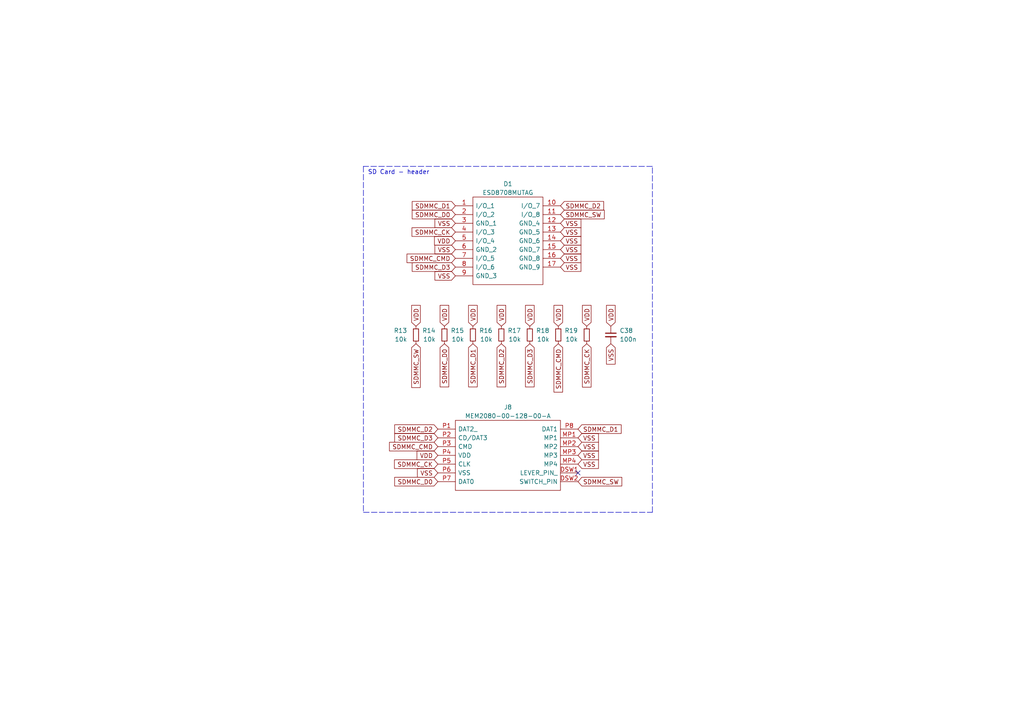
<source format=kicad_sch>
(kicad_sch (version 20211123) (generator eeschema)
  (paper "A4")
  (lib_symbols
    (symbol "Device:C_Small" (pin_numbers hide) (pin_names (offset 0.254) hide)
      (property "Reference" "C" (at 0.254 1.778 0))
      (property "Value" "C_Small" (at 0.254 -2.032 0))
      (symbol "C_Small_0_1"
        (polyline (pts (xy -1.524 -0.508) (xy 1.524 -0.508)) (stroke (width 0.3302)))
        (polyline (pts (xy -1.524 0.508) (xy 1.524 0.508)) (stroke (width 0.3048)))
      )
      (symbol "C_Small_1_1"
        (pin passive line (at 0 2.54 270) (length 2.032) (name "~") (number "1"))
        (pin passive line (at 0 -2.54 90) (length 2.032) (name "~") (number "2"))
      )
    )
    (symbol "Device:R_Small" (pin_numbers hide) (pin_names (offset 0.254) hide)
      (property "Reference" "R" (at 0.762 0.508 0))
      (property "Value" "R_Small" (at 0.762 -1.016 0))
      (symbol "R_Small_0_1"
        (rectangle (start -0.762 1.778) (end 0.762 -1.778) (stroke (width 0.2032)))
      )
      (symbol "R_Small_1_1"
        (pin passive line (at 0 2.54 270) (length 0.762) (name "~") (number "1"))
        (pin passive line (at 0 -2.54 90) (length 0.762) (name "~") (number "2"))
      )
    )
    (symbol "SamacSys_Parts:ESD8708MUTAG" (pin_names (offset 0.762))
      (property "Reference" "D" (at 26.67 7.62 0))
      (property "Value" "ESD8708MUTAG" (at 26.67 5.08 0))
      (symbol "ESD8708MUTAG_0_0"
        (pin passive line (at 0 0 0) (length 5.08) (name "I/O_1") (number "1"))
        (pin passive line (at 30.48 0 180) (length 5.08) (name "I/O_7") (number "10"))
        (pin passive line (at 30.48 -2.54 180) (length 5.08) (name "I/O_8") (number "11"))
        (pin passive line (at 30.48 -5.08 180) (length 5.08) (name "GND_4") (number "12"))
        (pin passive line (at 30.48 -7.62 180) (length 5.08) (name "GND_5") (number "13"))
        (pin passive line (at 30.48 -10.16 180) (length 5.08) (name "GND_6") (number "14"))
        (pin passive line (at 30.48 -12.7 180) (length 5.08) (name "GND_7") (number "15"))
        (pin passive line (at 30.48 -15.24 180) (length 5.08) (name "GND_8") (number "16"))
        (pin passive line (at 30.48 -17.78 180) (length 5.08) (name "GND_9") (number "17"))
        (pin passive line (at 0 -2.54 0) (length 5.08) (name "I/O_2") (number "2"))
        (pin passive line (at 0 -5.08 0) (length 5.08) (name "GND_1") (number "3"))
        (pin passive line (at 0 -7.62 0) (length 5.08) (name "I/O_3") (number "4"))
        (pin passive line (at 0 -10.16 0) (length 5.08) (name "I/O_4") (number "5"))
        (pin passive line (at 0 -12.7 0) (length 5.08) (name "GND_2") (number "6"))
        (pin passive line (at 0 -15.24 0) (length 5.08) (name "I/O_5") (number "7"))
        (pin passive line (at 0 -17.78 0) (length 5.08) (name "I/O_6") (number "8"))
        (pin passive line (at 0 -20.32 0) (length 5.08) (name "GND_3") (number "9"))
      )
      (symbol "ESD8708MUTAG_0_1"
        (polyline (pts (xy 5.08 2.54) (xy 25.4 2.54) (xy 25.4 -22.86) (xy 5.08 -22.86) (xy 5.08 2.54)) (stroke (width 0.1524)))
      )
    )
    (symbol "SamacSys_Parts:MEM2080-00-128-00-A" (pin_names (offset 0.762))
      (property "Reference" "J" (at 36.83 7.62 0))
      (property "Value" "MEM2080-00-128-00-A" (at 36.83 5.08 0))
      (symbol "MEM2080-00-128-00-A_0_0"
        (pin passive line (at 40.64 -12.7 180) (length 5.08) (name "LEVER_PIN_") (number "DSW1"))
        (pin passive line (at 40.64 -15.24 180) (length 5.08) (name "SWITCH_PIN") (number "DSW2"))
        (pin passive line (at 40.64 -2.54 180) (length 5.08) (name "MP1") (number "MP1"))
        (pin passive line (at 40.64 -5.08 180) (length 5.08) (name "MP2") (number "MP2"))
        (pin passive line (at 40.64 -7.62 180) (length 5.08) (name "MP3") (number "MP3"))
        (pin passive line (at 40.64 -10.16 180) (length 5.08) (name "MP4") (number "MP4"))
        (pin passive line (at 0 0 0) (length 5.08) (name "DAT2_") (number "P1"))
        (pin passive line (at 0 -2.54 0) (length 5.08) (name "CD/DAT3") (number "P2"))
        (pin passive line (at 0 -5.08 0) (length 5.08) (name "CMD") (number "P3"))
        (pin passive line (at 0 -7.62 0) (length 5.08) (name "VDD") (number "P4"))
        (pin passive line (at 0 -10.16 0) (length 5.08) (name "CLK") (number "P5"))
        (pin passive line (at 0 -12.7 0) (length 5.08) (name "VSS") (number "P6"))
        (pin passive line (at 0 -15.24 0) (length 5.08) (name "DAT0") (number "P7"))
        (pin passive line (at 40.64 0 180) (length 5.08) (name "DAT1") (number "P8"))
      )
      (symbol "MEM2080-00-128-00-A_0_1"
        (polyline (pts (xy 5.08 2.54) (xy 35.56 2.54) (xy 35.56 -17.78) (xy 5.08 -17.78) (xy 5.08 2.54)) (stroke (width 0.1524)))
      )
    )
  )
  (no_connect (at 167.64 137.16))
  (polyline (pts (xy 105.41 148.59) (xy 189.23 148.59)))
  (polyline (pts (xy 105.41 48.26) (xy 105.41 148.59)))
  (polyline (pts (xy 189.23 148.59) (xy 189.23 48.26)))
  (polyline (pts (xy 189.23 48.26) (xy 105.41 48.26)))
  (text "SD Card - header" (at 106.68 50.8 0) (effects (font (size 1.27 1.27)) (justify left bottom)))
  (global_label "VSS" (shape input) (at 162.56 77.47 0) (property "Intersheet References" "${INTERSHEET_REFS}" (effects hide)))
  (global_label "SDMMC_D0" (shape input) (at 128.905 99.695 270) (property "Intersheet References" "${INTERSHEET_REFS}" (effects hide)))
  (global_label "SDMMC_CMD" (shape input) (at 127 129.54 180) (property "Intersheet References" "${INTERSHEET_REFS}" (effects hide)))
  (global_label "VDD" (shape input) (at 170.18 94.615 90) (property "Intersheet References" "${INTERSHEET_REFS}" (effects hide)))
  (global_label "SDMMC_D0" (shape input) (at 127 139.7 180) (property "Intersheet References" "${INTERSHEET_REFS}" (effects hide)))
  (global_label "VDD" (shape input) (at 137.16 94.615 90) (property "Intersheet References" "${INTERSHEET_REFS}" (effects hide)))
  (global_label "SDMMC_CMD" (shape input) (at 161.925 99.695 270) (property "Intersheet References" "${INTERSHEET_REFS}" (effects hide)))
  (global_label "VSS" (shape input) (at 177.165 99.695 270) (property "Intersheet References" "${INTERSHEET_REFS}" (effects hide)))
  (global_label "VSS" (shape input) (at 167.64 132.08 0) (property "Intersheet References" "${INTERSHEET_REFS}" (effects hide)))
  (global_label "SDMMC_D2" (shape input) (at 145.415 99.695 270) (property "Intersheet References" "${INTERSHEET_REFS}" (effects hide)))
  (global_label "VSS" (shape input) (at 162.56 72.39 0) (property "Intersheet References" "${INTERSHEET_REFS}" (effects hide)))
  (global_label "VDD" (shape input) (at 153.67 94.615 90) (property "Intersheet References" "${INTERSHEET_REFS}" (effects hide)))
  (global_label "SDMMC_SW" (shape input) (at 162.56 62.23 0) (property "Intersheet References" "${INTERSHEET_REFS}" (effects hide)))
  (global_label "SDMMC_D0" (shape input) (at 132.08 62.23 180) (property "Intersheet References" "${INTERSHEET_REFS}" (effects hide)))
  (global_label "SDMMC_CK" (shape input) (at 132.08 67.31 180) (property "Intersheet References" "${INTERSHEET_REFS}" (effects hide)))
  (global_label "SDMMC_D2" (shape input) (at 162.56 59.69 0) (property "Intersheet References" "${INTERSHEET_REFS}" (effects hide)))
  (global_label "VDD" (shape input) (at 145.415 94.615 90) (property "Intersheet References" "${INTERSHEET_REFS}" (effects hide)))
  (global_label "VDD" (shape input) (at 177.165 94.615 90) (property "Intersheet References" "${INTERSHEET_REFS}" (effects hide)))
  (global_label "VSS" (shape input) (at 167.64 134.62 0) (property "Intersheet References" "${INTERSHEET_REFS}" (effects hide)))
  (global_label "VSS" (shape input) (at 167.64 127 0) (property "Intersheet References" "${INTERSHEET_REFS}" (effects hide)))
  (global_label "SDMMC_D2" (shape input) (at 127 124.46 180) (property "Intersheet References" "${INTERSHEET_REFS}" (effects hide)))
  (global_label "VSS" (shape input) (at 162.56 67.31 0) (property "Intersheet References" "${INTERSHEET_REFS}" (effects hide)))
  (global_label "VDD" (shape input) (at 127 132.08 180) (property "Intersheet References" "${INTERSHEET_REFS}" (effects hide)))
  (global_label "SDMMC_SW" (shape input) (at 167.64 139.7 0) (property "Intersheet References" "${INTERSHEET_REFS}" (effects hide)))
  (global_label "SDMMC_D1" (shape input) (at 137.16 99.695 270) (property "Intersheet References" "${INTERSHEET_REFS}" (effects hide)))
  (global_label "SDMMC_D1" (shape input) (at 132.08 59.69 180) (property "Intersheet References" "${INTERSHEET_REFS}" (effects hide)))
  (global_label "VSS" (shape input) (at 162.56 69.85 0) (property "Intersheet References" "${INTERSHEET_REFS}" (effects hide)))
  (global_label "SDMMC_CK" (shape input) (at 170.18 99.695 270) (property "Intersheet References" "${INTERSHEET_REFS}" (effects hide)))
  (global_label "SDMMC_D3" (shape input) (at 127 127 180) (property "Intersheet References" "${INTERSHEET_REFS}" (effects hide)))
  (global_label "VSS" (shape input) (at 127 137.16 180) (property "Intersheet References" "${INTERSHEET_REFS}" (effects hide)))
  (global_label "SDMMC_D1" (shape input) (at 167.64 124.46 0) (property "Intersheet References" "${INTERSHEET_REFS}" (effects hide)))
  (global_label "SDMMC_D3" (shape input) (at 153.67 99.695 270) (property "Intersheet References" "${INTERSHEET_REFS}" (effects hide)))
  (global_label "SDMMC_SW" (shape input) (at 120.65 99.695 270) (property "Intersheet References" "${INTERSHEET_REFS}" (effects hide)))
  (global_label "VDD" (shape input) (at 120.65 94.615 90) (property "Intersheet References" "${INTERSHEET_REFS}" (effects hide)))
  (global_label "VSS" (shape input) (at 132.08 80.01 180) (property "Intersheet References" "${INTERSHEET_REFS}" (effects hide)))
  (global_label "VSS" (shape input) (at 162.56 64.77 0) (property "Intersheet References" "${INTERSHEET_REFS}" (effects hide)))
  (global_label "VDD" (shape input) (at 132.08 69.85 180) (property "Intersheet References" "${INTERSHEET_REFS}" (effects hide)))
  (global_label "VSS" (shape input) (at 132.08 72.39 180) (property "Intersheet References" "${INTERSHEET_REFS}" (effects hide)))
  (global_label "VDD" (shape input) (at 128.905 94.615 90) (property "Intersheet References" "${INTERSHEET_REFS}" (effects hide)))
  (global_label "VSS" (shape input) (at 162.56 74.93 0) (property "Intersheet References" "${INTERSHEET_REFS}" (effects hide)))
  (global_label "VSS" (shape input) (at 167.64 129.54 0) (property "Intersheet References" "${INTERSHEET_REFS}" (effects hide)))
  (global_label "VSS" (shape input) (at 132.08 64.77 180) (property "Intersheet References" "${INTERSHEET_REFS}" (effects hide)))
  (global_label "SDMMC_D3" (shape input) (at 132.08 77.47 180) (property "Intersheet References" "${INTERSHEET_REFS}" (effects hide)))
  (global_label "SDMMC_CK" (shape input) (at 127 134.62 180) (property "Intersheet References" "${INTERSHEET_REFS}" (effects hide)))
  (global_label "VDD" (shape input) (at 161.925 94.615 90) (property "Intersheet References" "${INTERSHEET_REFS}" (effects hide)))
  (global_label "SDMMC_CMD" (shape input) (at 132.08 74.93 180) (property "Intersheet References" "${INTERSHEET_REFS}" (effects hide)))
  (symbol (lib_id "Device:C_Small") (at 177.165 97.155 0) (unit 1)
    (property "Reference" "C38" (at 179.705 95.8912 0) (effects (justify left)))
    (property "Value" "100n" (at 179.705 98.4312 0) (effects (justify left)))
    (property "Footprint" "Capacitor_SMD:C_0402_1005Metric" (effects hide))
  )
  (symbol (lib_id "Device:R_Small") (at 170.18 97.155 0) (mirror x) (unit 1)
    (property "Reference" "R19" (at 167.64 95.8849 0) (effects (justify right)))
    (property "Value" "10k" (at 167.64 98.4249 0) (effects (justify right)))
    (property "Footprint" "Resistor_SMD:R_0402_1005Metric" (effects hide))
  )
  (symbol (lib_id "Device:R_Small") (at 145.415 97.155 0) (mirror x) (unit 1)
    (property "Reference" "R16" (at 142.875 95.8849 0) (effects (justify right)))
    (property "Value" "10k" (at 142.875 98.4249 0) (effects (justify right)))
    (property "Footprint" "Resistor_SMD:R_0402_1005Metric" (effects hide))
  )
  (symbol (lib_id "Device:R_Small") (at 161.925 97.155 0) (mirror x) (unit 1)
    (property "Reference" "R18" (at 159.385 95.8849 0) (effects (justify right)))
    (property "Value" "10k" (at 159.385 98.4249 0) (effects (justify right)))
    (property "Footprint" "Resistor_SMD:R_0402_1005Metric" (effects hide))
  )
  (symbol (lib_id "Device:R_Small") (at 120.65 97.155 0) (mirror x) (unit 1)
    (property "Reference" "R13" (at 118.11 95.8849 0) (effects (justify right)))
    (property "Value" "10k" (at 118.11 98.4249 0) (effects (justify right)))
    (property "Footprint" "Resistor_SMD:R_0402_1005Metric" (effects hide))
  )
  (symbol (lib_id "SamacSys_Parts:ESD8708MUTAG") (at 132.08 59.69 0) (unit 1)
    (property "Reference" "D1" (at 147.32 53.34 0))
    (property "Value" "ESD8708MUTAG" (at 147.32 55.88 0))
    (property "Footprint" "SamacSys_Parts:ESD8708MUTAG" (effects hide))
    (property "Datasheet" "https://www.onsemi.com/pub/Collateral/ESD8708-D.PDF" (effects hide))
    (property "Description" "ESD Suppressors / TVS Diodes 8 CHANNEL, 3.3 V UNIDIREC" (effects hide))
    (property "Height" "0.55" (effects hide))
    (property "Mouser Part Number" "863-ESD8708MUTAG" (effects hide))
    (property "Mouser Price/Stock" "https://www.mouser.co.uk/ProductDetail/onsemi/ESD8708MUTAG?qs=%252B6g0mu59x7J1h3T%252BrbDk%252Bw%3D%3D" (effects hide))
    (property "Manufacturer_Name" "onsemi" (effects hide))
    (property "Manufacturer_Part_Number" "ESD8708MUTAG" (effects hide))
  )
  (symbol (lib_id "Device:R_Small") (at 153.67 97.155 0) (mirror x) (unit 1)
    (property "Reference" "R17" (at 151.13 95.8849 0) (effects (justify right)))
    (property "Value" "10k" (at 151.13 98.4249 0) (effects (justify right)))
    (property "Footprint" "Resistor_SMD:R_0402_1005Metric" (effects hide))
  )
  (symbol (lib_id "SamacSys_Parts:MEM2080-00-128-00-A") (at 127 124.46 0) (unit 1)
    (property "Reference" "J8" (at 147.32 118.11 0))
    (property "Value" "MEM2080-00-128-00-A" (at 147.32 120.65 0))
    (property "Footprint" "SamacSys_Parts:MEM20800012800A" (effects hide))
    (property "Datasheet" "https://gct.co/newark/connector/MEM2080" (effects hide))
    (property "Description" "Memory Card Connectors Micro SD, Push Push, SMT, Card Entry Normal, 1.28 mm profile" (effects hide))
    (property "Height" "1.48" (effects hide))
    (property "Mouser Part Number" "640-MEM2080-0012800A" (effects hide))
    (property "Mouser Price/Stock" "https://www.mouser.co.uk/ProductDetail/GCT/MEM2080-00-128-00-A?qs=vvQtp7zwQdPJXzpf1SnYug%3D%3D" (effects hide))
    (property "Manufacturer_Name" "GCT (GLOBAL CONNECTOR TECHNOLOGY)" (effects hide))
    (property "Manufacturer_Part_Number" "MEM2080-00-128-00-A" (effects hide))
  )
  (symbol (lib_id "Device:R_Small") (at 128.905 97.155 0) (mirror x) (unit 1)
    (property "Reference" "R14" (at 126.365 95.8849 0) (effects (justify right)))
    (property "Value" "10k" (at 126.365 98.4249 0) (effects (justify right)))
    (property "Footprint" "Resistor_SMD:R_0402_1005Metric" (effects hide))
  )
  (symbol (lib_id "Device:R_Small") (at 137.16 97.155 0) (mirror x) (unit 1)
    (property "Reference" "R15" (at 134.62 95.8849 0) (effects (justify right)))
    (property "Value" "10k" (at 134.62 98.4249 0) (effects (justify right)))
    (property "Footprint" "Resistor_SMD:R_0402_1005Metric" (effects hide))
  )
)
</source>
